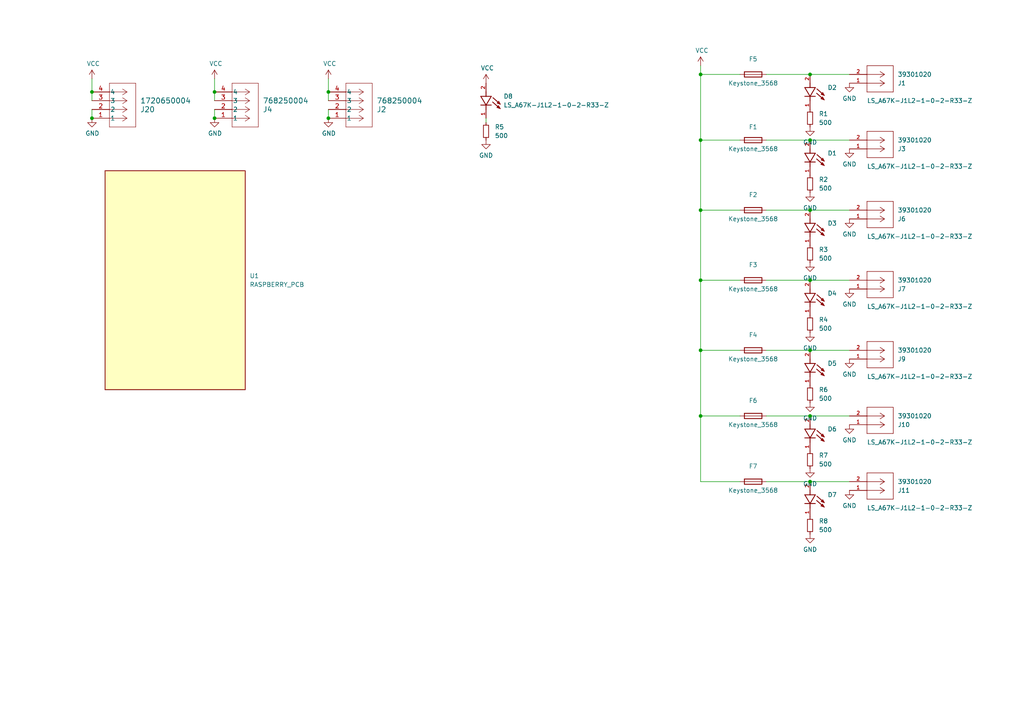
<source format=kicad_sch>
(kicad_sch (version 20230121) (generator eeschema)
  (paper "A4")
  (lib_symbols
    (symbol "39301020:39301020" (pin_names (offset 1.016))
      (property "Reference" "J" (at 4.1656 5.3086 0))
      (property "Value" "39301020" (at 4.8006 -1.0414 0))
      (symbol "39301020_0_0"
        (polyline (pts (xy 5.08 -5.08) (xy 12.7 -5.08)) (stroke (width 0.1524)))
        (polyline (pts (xy 5.08 2.54) (xy 5.08 -5.08)) (stroke (width 0.1524)))
        (polyline (pts (xy 10.16 -2.54) (xy 5.08 -2.54)) (stroke (width 0.1524)))
        (polyline (pts (xy 10.16 -2.54) (xy 8.89 -3.3782)) (stroke (width 0.1524)))
        (polyline (pts (xy 10.16 -2.54) (xy 8.89 -1.7018)) (stroke (width 0.1524)))
        (polyline (pts (xy 10.16 0) (xy 5.08 0)) (stroke (width 0.1524)))
        (polyline (pts (xy 10.16 0) (xy 8.89 -0.8382)) (stroke (width 0.1524)))
        (polyline (pts (xy 10.16 0) (xy 8.89 0.8382)) (stroke (width 0.1524)))
        (polyline (pts (xy 12.7 -5.08) (xy 12.7 2.54)) (stroke (width 0.1524)))
        (polyline (pts (xy 12.7 2.54) (xy 5.08 2.54)) (stroke (width 0.1524)))
        (pin passive line (at 0 0 0) (length 5.08) (name "~") (number "1"))
        (pin passive line (at 0 -2.54 0) (length 5.08) (name "~") (number "2"))
      )
    )
    (symbol "Device:Fuse" (pin_numbers hide) (pin_names (offset 0))
      (property "Reference" "F" (at 2.032 0 90))
      (property "Value" "Fuse" (at -1.905 0 90))
      (symbol "Fuse_0_1"
        (rectangle (start -0.762 -2.54) (end 0.762 2.54) (stroke (width 0.254)))
        (polyline (pts (xy 0 2.54) (xy 0 -2.54)))
      )
      (symbol "Fuse_1_1"
        (pin passive line (at 0 3.81 270) (length 1.27) (name "~") (number "1"))
        (pin passive line (at 0 -3.81 90) (length 1.27) (name "~") (number "2"))
      )
    )
    (symbol "Device:R_Small" (pin_numbers hide) (pin_names (offset 0.254) hide)
      (property "Reference" "R" (at 0.762 0.508 0))
      (property "Value" "R_Small" (at 0.762 -1.016 0))
      (symbol "R_Small_0_1"
        (rectangle (start -0.762 1.778) (end 0.762 -1.778) (stroke (width 0.2032)))
      )
      (symbol "R_Small_1_1"
        (pin passive line (at 0 2.54 270) (length 0.762) (name "~") (number "1"))
        (pin passive line (at 0 -2.54 90) (length 0.762) (name "~") (number "2"))
      )
    )
    (symbol "LS_A67K-J1L2-1-0-2-R33-Z:LS_A67K-J1L2-1-0-2-R33-Z" (pin_names (offset 1.016))
      (property "Reference" "D" (at -4.445 4.445 0))
      (property "Value" "LS_A67K-J1L2-1-0-2-R33-Z" (at -4.445 -3.81 0))
      (symbol "LS_A67K-J1L2-1-0-2-R33-Z_0_0"
        (polyline (pts (xy -2.54 0) (xy -1.27 0)) (stroke (width 0.254)))
        (polyline (pts (xy -1.27 -1.524) (xy 1.27 0)) (stroke (width 0.254)))
        (polyline (pts (xy -1.27 0) (xy -1.27 -1.524)) (stroke (width 0.254)))
        (polyline (pts (xy -1.27 1.524) (xy -1.27 0)) (stroke (width 0.254)))
        (polyline (pts (xy 0.9144 4.0386) (xy -0.8636 2.0066)) (stroke (width 0.254)))
        (polyline (pts (xy 1.27 0) (xy -1.27 1.524)) (stroke (width 0.254)))
        (polyline (pts (xy 1.27 0) (xy 1.27 -1.524)) (stroke (width 0.254)))
        (polyline (pts (xy 1.27 0) (xy 2.54 0)) (stroke (width 0.254)))
        (polyline (pts (xy 1.27 1.524) (xy 1.27 0)) (stroke (width 0.254)))
        (polyline (pts (xy 2.159 3.937) (xy 0.381 1.905)) (stroke (width 0.254)))
        (polyline (pts (xy 0.127 3.683) (xy 0.6985 3.175) (xy 1.0795 4.191) (xy 0.127 3.683)) (stroke (width 0.1524)) (fill (type outline)))
        (polyline (pts (xy 1.397 3.6195) (xy 1.9685 3.1115) (xy 2.3495 4.191) (xy 1.397 3.6195)) (stroke (width 0.1524)) (fill (type outline)))
        (pin passive line (at 5.08 0 180) (length 2.54) (name "~") (number "1"))
        (pin passive line (at -5.08 0 0) (length 2.54) (name "~") (number "2"))
      )
    )
    (symbol "RASPBERRY_PI_4B_4GB:RASPBERRY_PI_4B_4GB" (pin_names (offset 1.016))
      (property "Reference" "U" (at -20.32 33.528 0))
      (property "Value" "RASPBERRY_PI_4B_4GB" (at -20.32 -33.02 0))
      (symbol "RASPBERRY_PI_4B_4GB_0_0"
        (rectangle (start -20.32 -30.48) (end 20.32 33.02) (stroke (width 0.254)) (fill (type background)))
      )
    )
    (symbol "mega_fit:768250004" (pin_names (offset 0.254))
      (property "Reference" "J" (at 8.89 6.35 0))
      (property "Value" "768250004" (at 0 0 0))
      (symbol "768250004_1_1"
        (polyline (pts (xy 5.08 -10.16) (xy 12.7 -10.16)) (stroke (width 0.127)))
        (polyline (pts (xy 5.08 2.54) (xy 5.08 -10.16)) (stroke (width 0.127)))
        (polyline (pts (xy 10.16 -7.62) (xy 5.08 -7.62)) (stroke (width 0.127)))
        (polyline (pts (xy 10.16 -7.62) (xy 8.89 -8.4667)) (stroke (width 0.127)))
        (polyline (pts (xy 10.16 -7.62) (xy 8.89 -6.7733)) (stroke (width 0.127)))
        (polyline (pts (xy 10.16 -5.08) (xy 5.08 -5.08)) (stroke (width 0.127)))
        (polyline (pts (xy 10.16 -5.08) (xy 8.89 -5.9267)) (stroke (width 0.127)))
        (polyline (pts (xy 10.16 -5.08) (xy 8.89 -4.2333)) (stroke (width 0.127)))
        (polyline (pts (xy 10.16 -2.54) (xy 5.08 -2.54)) (stroke (width 0.127)))
        (polyline (pts (xy 10.16 -2.54) (xy 8.89 -3.3867)) (stroke (width 0.127)))
        (polyline (pts (xy 10.16 -2.54) (xy 8.89 -1.6933)) (stroke (width 0.127)))
        (polyline (pts (xy 10.16 0) (xy 5.08 0)) (stroke (width 0.127)))
        (polyline (pts (xy 10.16 0) (xy 8.89 -0.8467)) (stroke (width 0.127)))
        (polyline (pts (xy 10.16 0) (xy 8.89 0.8467)) (stroke (width 0.127)))
        (polyline (pts (xy 12.7 -10.16) (xy 12.7 2.54)) (stroke (width 0.127)))
        (polyline (pts (xy 12.7 2.54) (xy 5.08 2.54)) (stroke (width 0.127)))
        (pin unspecified line (at 0 0 0) (length 5.08) (name "1") (number "1"))
        (pin unspecified line (at 0 -2.54 0) (length 5.08) (name "2") (number "2"))
        (pin unspecified line (at 0 -5.08 0) (length 5.08) (name "3") (number "3"))
        (pin unspecified line (at 0 -7.62 0) (length 5.08) (name "4") (number "4"))
      )
      (symbol "768250004_1_2"
        (polyline (pts (xy 5.08 -10.16) (xy 12.7 -10.16)) (stroke (width 0.127)))
        (polyline (pts (xy 5.08 2.54) (xy 5.08 -10.16)) (stroke (width 0.127)))
        (polyline (pts (xy 7.62 -7.62) (xy 5.08 -7.62)) (stroke (width 0.127)))
        (polyline (pts (xy 7.62 -7.62) (xy 8.89 -8.4667)) (stroke (width 0.127)))
        (polyline (pts (xy 7.62 -7.62) (xy 8.89 -6.7733)) (stroke (width 0.127)))
        (polyline (pts (xy 7.62 -5.08) (xy 5.08 -5.08)) (stroke (width 0.127)))
        (polyline (pts (xy 7.62 -5.08) (xy 8.89 -5.9267)) (stroke (width 0.127)))
        (polyline (pts (xy 7.62 -5.08) (xy 8.89 -4.2333)) (stroke (width 0.127)))
        (polyline (pts (xy 7.62 -2.54) (xy 5.08 -2.54)) (stroke (width 0.127)))
        (polyline (pts (xy 7.62 -2.54) (xy 8.89 -3.3867)) (stroke (width 0.127)))
        (polyline (pts (xy 7.62 -2.54) (xy 8.89 -1.6933)) (stroke (width 0.127)))
        (polyline (pts (xy 7.62 0) (xy 5.08 0)) (stroke (width 0.127)))
        (polyline (pts (xy 7.62 0) (xy 8.89 -0.8467)) (stroke (width 0.127)))
        (polyline (pts (xy 7.62 0) (xy 8.89 0.8467)) (stroke (width 0.127)))
        (polyline (pts (xy 12.7 -10.16) (xy 12.7 2.54)) (stroke (width 0.127)))
        (polyline (pts (xy 12.7 2.54) (xy 5.08 2.54)) (stroke (width 0.127)))
        (pin unspecified line (at 0 0 0) (length 5.08) (name "1") (number "1"))
        (pin unspecified line (at 0 -2.54 0) (length 5.08) (name "2") (number "2"))
        (pin unspecified line (at 0 -5.08 0) (length 5.08) (name "3") (number "3"))
        (pin unspecified line (at 0 -7.62 0) (length 5.08) (name "4") (number "4"))
      )
    )
    (symbol "mega_fit_stehend:1720650004" (pin_names (offset 0.254))
      (property "Reference" "J" (at 8.89 6.35 0))
      (property "Value" "1720650004" (at 0 0 0))
      (symbol "1720650004_1_1"
        (polyline (pts (xy 5.08 -10.16) (xy 12.7 -10.16)) (stroke (width 0.127)))
        (polyline (pts (xy 5.08 2.54) (xy 5.08 -10.16)) (stroke (width 0.127)))
        (polyline (pts (xy 10.16 -7.62) (xy 5.08 -7.62)) (stroke (width 0.127)))
        (polyline (pts (xy 10.16 -7.62) (xy 8.89 -8.4667)) (stroke (width 0.127)))
        (polyline (pts (xy 10.16 -7.62) (xy 8.89 -6.7733)) (stroke (width 0.127)))
        (polyline (pts (xy 10.16 -5.08) (xy 5.08 -5.08)) (stroke (width 0.127)))
        (polyline (pts (xy 10.16 -5.08) (xy 8.89 -5.9267)) (stroke (width 0.127)))
        (polyline (pts (xy 10.16 -5.08) (xy 8.89 -4.2333)) (stroke (width 0.127)))
        (polyline (pts (xy 10.16 -2.54) (xy 5.08 -2.54)) (stroke (width 0.127)))
        (polyline (pts (xy 10.16 -2.54) (xy 8.89 -3.3867)) (stroke (width 0.127)))
        (polyline (pts (xy 10.16 -2.54) (xy 8.89 -1.6933)) (stroke (width 0.127)))
        (polyline (pts (xy 10.16 0) (xy 5.08 0)) (stroke (width 0.127)))
        (polyline (pts (xy 10.16 0) (xy 8.89 -0.8467)) (stroke (width 0.127)))
        (polyline (pts (xy 10.16 0) (xy 8.89 0.8467)) (stroke (width 0.127)))
        (polyline (pts (xy 12.7 -10.16) (xy 12.7 2.54)) (stroke (width 0.127)))
        (polyline (pts (xy 12.7 2.54) (xy 5.08 2.54)) (stroke (width 0.127)))
        (pin unspecified line (at 0 0 0) (length 5.08) (name "1") (number "1"))
        (pin unspecified line (at 0 -2.54 0) (length 5.08) (name "2") (number "2"))
        (pin unspecified line (at 0 -5.08 0) (length 5.08) (name "3") (number "3"))
        (pin unspecified line (at 0 -7.62 0) (length 5.08) (name "4") (number "4"))
      )
      (symbol "1720650004_1_2"
        (polyline (pts (xy 5.08 -10.16) (xy 12.7 -10.16)) (stroke (width 0.127)))
        (polyline (pts (xy 5.08 2.54) (xy 5.08 -10.16)) (stroke (width 0.127)))
        (polyline (pts (xy 7.62 -7.62) (xy 5.08 -7.62)) (stroke (width 0.127)))
        (polyline (pts (xy 7.62 -7.62) (xy 8.89 -8.4667)) (stroke (width 0.127)))
        (polyline (pts (xy 7.62 -7.62) (xy 8.89 -6.7733)) (stroke (width 0.127)))
        (polyline (pts (xy 7.62 -5.08) (xy 5.08 -5.08)) (stroke (width 0.127)))
        (polyline (pts (xy 7.62 -5.08) (xy 8.89 -5.9267)) (stroke (width 0.127)))
        (polyline (pts (xy 7.62 -5.08) (xy 8.89 -4.2333)) (stroke (width 0.127)))
        (polyline (pts (xy 7.62 -2.54) (xy 5.08 -2.54)) (stroke (width 0.127)))
        (polyline (pts (xy 7.62 -2.54) (xy 8.89 -3.3867)) (stroke (width 0.127)))
        (polyline (pts (xy 7.62 -2.54) (xy 8.89 -1.6933)) (stroke (width 0.127)))
        (polyline (pts (xy 7.62 0) (xy 5.08 0)) (stroke (width 0.127)))
        (polyline (pts (xy 7.62 0) (xy 8.89 -0.8467)) (stroke (width 0.127)))
        (polyline (pts (xy 7.62 0) (xy 8.89 0.8467)) (stroke (width 0.127)))
        (polyline (pts (xy 12.7 -10.16) (xy 12.7 2.54)) (stroke (width 0.127)))
        (polyline (pts (xy 12.7 2.54) (xy 5.08 2.54)) (stroke (width 0.127)))
        (pin unspecified line (at 0 0 0) (length 5.08) (name "1") (number "1"))
        (pin unspecified line (at 0 -2.54 0) (length 5.08) (name "2") (number "2"))
        (pin unspecified line (at 0 -5.08 0) (length 5.08) (name "3") (number "3"))
        (pin unspecified line (at 0 -7.62 0) (length 5.08) (name "4") (number "4"))
      )
    )
    (symbol "power:GND" (power) (pin_names (offset 0))
      (property "Value" "GND" (at 0 -3.81 0))
      (symbol "GND_0_1"
        (polyline (pts (xy 0 0) (xy 0 -1.27) (xy 1.27 -1.27) (xy 0 -2.54) (xy -1.27 -1.27) (xy 0 -1.27)))
      )
      (symbol "GND_1_1"
        (pin power_in line (at 0 0 270) (length 0) hide (name "GND") (number "1"))
      )
    )
    (symbol "power:VCC" (power) (pin_names (offset 0))
      (property "Value" "VCC" (at 0 3.81 0))
      (symbol "VCC_0_1"
        (polyline (pts (xy -0.762 1.27) (xy 0 2.54)))
        (polyline (pts (xy 0 0) (xy 0 2.54)))
        (polyline (pts (xy 0 2.54) (xy 0.762 1.27)))
      )
      (symbol "VCC_1_1"
        (pin power_in line (at 0 0 90) (length 0) hide (name "VCC") (number "1"))
      )
    )
  )
  (junction (at 26.67 26.67))
  (junction (at 203.2 120.65))
  (junction (at 203.2 21.59))
  (junction (at 95.25 34.29))
  (junction (at 234.95 101.6))
  (junction (at 234.95 21.59))
  (junction (at 203.2 40.64))
  (junction (at 203.2 60.96))
  (junction (at 234.95 60.96))
  (junction (at 234.95 81.28))
  (junction (at 203.2 81.28))
  (junction (at 234.95 139.7))
  (junction (at 62.23 26.67))
  (junction (at 26.67 34.29))
  (junction (at 234.95 120.65))
  (junction (at 62.23 34.29))
  (junction (at 203.2 101.6))
  (junction (at 234.95 40.64))
  (junction (at 95.25 26.67))
  (wire (pts (xy 203.2 120.65) (xy 203.2 139.7)))
  (wire (pts (xy 95.25 22.86) (xy 95.25 26.67)))
  (wire (pts (xy 234.95 40.64) (xy 246.38 40.64)))
  (wire (pts (xy 214.63 120.65) (xy 203.2 120.65)))
  (wire (pts (xy 234.95 81.28) (xy 246.38 81.28)))
  (wire (pts (xy 222.25 139.7) (xy 234.95 139.7)))
  (wire (pts (xy 62.23 22.86) (xy 62.23 26.67)))
  (wire (pts (xy 214.63 40.64) (xy 203.2 40.64)))
  (wire (pts (xy 140.97 34.29) (xy 140.97 35.56)))
  (wire (pts (xy 234.95 120.65) (xy 246.38 120.65)))
  (wire (pts (xy 26.67 22.86) (xy 26.67 26.67)))
  (wire (pts (xy 95.25 26.67) (xy 95.25 29.21)))
  (wire (pts (xy 222.25 81.28) (xy 234.95 81.28)))
  (wire (pts (xy 203.2 40.64) (xy 203.2 60.96)))
  (wire (pts (xy 234.95 21.59) (xy 246.38 21.59)))
  (wire (pts (xy 214.63 21.59) (xy 203.2 21.59)))
  (wire (pts (xy 234.95 60.96) (xy 246.38 60.96)))
  (wire (pts (xy 222.25 120.65) (xy 234.95 120.65)))
  (wire (pts (xy 214.63 81.28) (xy 203.2 81.28)))
  (wire (pts (xy 234.95 139.7) (xy 246.38 139.7)))
  (wire (pts (xy 222.25 21.59) (xy 234.95 21.59)))
  (wire (pts (xy 222.25 40.64) (xy 234.95 40.64)))
  (wire (pts (xy 203.2 21.59) (xy 203.2 40.64)))
  (wire (pts (xy 62.23 26.67) (xy 62.23 29.21)))
  (wire (pts (xy 203.2 21.59) (xy 203.2 19.05)))
  (wire (pts (xy 214.63 139.7) (xy 203.2 139.7)))
  (wire (pts (xy 203.2 81.28) (xy 203.2 101.6)))
  (wire (pts (xy 62.23 31.75) (xy 62.23 34.29)))
  (wire (pts (xy 222.25 60.96) (xy 234.95 60.96)))
  (wire (pts (xy 26.67 26.67) (xy 26.67 29.21)))
  (wire (pts (xy 214.63 101.6) (xy 203.2 101.6)))
  (wire (pts (xy 203.2 101.6) (xy 203.2 120.65)))
  (wire (pts (xy 203.2 60.96) (xy 203.2 81.28)))
  (wire (pts (xy 26.67 31.75) (xy 26.67 34.29)))
  (wire (pts (xy 222.25 101.6) (xy 234.95 101.6)))
  (wire (pts (xy 95.25 31.75) (xy 95.25 34.29)))
  (wire (pts (xy 214.63 60.96) (xy 203.2 60.96)))
  (wire (pts (xy 234.95 101.6) (xy 246.38 101.6)))
  (symbol (lib_id "power:VCC") (at 140.97 24.13 0) (unit 1)
    (property "Reference" "#PWR015" (effects hide))
    (property "Value" "VCC" (at 141.351 19.7358 0))
  )
  (symbol (lib_id "39301020:39301020") (at 246.38 123.19 0) (mirror x) (unit 1)
    (property "Reference" "J10" (at 260.35 123.19 0) (effects (justify left)))
    (property "Value" "39301020" (at 260.35 120.65 0) (effects (justify left)))
    (property "Footprint" "39301020:CONN_5569-02A_MOL" (effects hide))
    (property "MF" "Molex" (effects hide))
    (property "Description" "\n                        \n                            Conn Wire to Board HDR 2 POS 4.2mm Solder RA Side Entry Thru-Hole Mini-Fit Jr™ Bag\n                        \n" (effects hide))
    (property "Package" "None" (effects hide))
    (property "Price" "None" (effects hide))
    (property "Check_prices" "https://www.snapeda.com/parts/39301020/Molex/view-part/?ref=eda" (effects hide))
    (property "Availability" "In Stock" (effects hide))
    (property "SnapEDA_Link" "https://www.snapeda.com/parts/39301020/Molex/view-part/?ref=snap" (effects hide))
    (property "MP" "39301020" (effects hide))
    (property "MFR_NAME" "Molex Connector Corporation" (effects hide))
    (property "MANUFACTURER_PART_NUMBER" "39301020" (effects hide))
  )
  (symbol (lib_id "Device:R_Small") (at 234.95 53.34 0) (unit 1)
    (property "Reference" "R2" (at 237.49 52.07 0) (effects (justify left)))
    (property "Value" "500" (at 237.49 54.61 0) (effects (justify left)))
    (property "Footprint" "Resistor_SMD:R_0805_2012Metric" (effects hide))
  )
  (symbol (lib_id "Device:Fuse") (at 218.44 40.64 90) (unit 1)
    (property "Reference" "F1" (at 218.44 36.83 90))
    (property "Value" "Keystone_3568" (at 218.44 43.18 90))
    (property "Footprint" "Fuse:Fuseholder_Blade_Mini_Keystone_3568" (effects hide))
    (property "Datasheet" "https://www.mouser.at/datasheet/2/215/3568-742601.pdf" (effects hide))
  )
  (symbol (lib_id "Device:Fuse") (at 218.44 139.7 90) (unit 1)
    (property "Reference" "F7" (at 218.44 135.2382 90))
    (property "Value" "Keystone_3568" (at 218.44 142.24 90))
    (property "Footprint" "Fuse:Fuseholder_Blade_Mini_Keystone_3568" (effects hide))
    (property "Datasheet" "https://www.mouser.at/datasheet/2/215/3568-742601.pdf" (effects hide))
  )
  (symbol (lib_id "power:GND") (at 140.97 40.64 0) (unit 1)
    (property "Reference" "#PWR016" (effects hide))
    (property "Value" "GND" (at 140.97 45.0834 0))
  )
  (symbol (lib_id "39301020:39301020") (at 246.38 83.82 0) (mirror x) (unit 1)
    (property "Reference" "J7" (at 260.35 83.82 0) (effects (justify left)))
    (property "Value" "39301020" (at 260.35 81.28 0) (effects (justify left)))
    (property "Footprint" "39301020:CONN_5569-02A_MOL" (effects hide))
    (property "MF" "Molex" (effects hide))
    (property "Description" "\n                        \n                            Conn Wire to Board HDR 2 POS 4.2mm Solder RA Side Entry Thru-Hole Mini-Fit Jr™ Bag\n                        \n" (effects hide))
    (property "Package" "None" (effects hide))
    (property "Price" "None" (effects hide))
    (property "Check_prices" "https://www.snapeda.com/parts/39301020/Molex/view-part/?ref=eda" (effects hide))
    (property "Availability" "In Stock" (effects hide))
    (property "SnapEDA_Link" "https://www.snapeda.com/parts/39301020/Molex/view-part/?ref=snap" (effects hide))
    (property "MP" "39301020" (effects hide))
    (property "MFR_NAME" "Molex Connector Corporation" (effects hide))
    (property "MANUFACTURER_PART_NUMBER" "39301020" (effects hide))
  )
  (symbol (lib_id "39301020:39301020") (at 246.38 43.18 0) (mirror x) (unit 1)
    (property "Reference" "J3" (at 260.35 43.18 0) (effects (justify left)))
    (property "Value" "39301020" (at 260.35 40.64 0) (effects (justify left)))
    (property "Footprint" "39301020:CONN_5569-02A_MOL" (effects hide))
    (property "MF" "Molex" (effects hide))
    (property "Description" "\n                        \n                            Conn Wire to Board HDR 2 POS 4.2mm Solder RA Side Entry Thru-Hole Mini-Fit Jr™ Bag\n                        \n" (effects hide))
    (property "Package" "None" (effects hide))
    (property "Price" "None" (effects hide))
    (property "Check_prices" "https://www.snapeda.com/parts/39301020/Molex/view-part/?ref=eda" (effects hide))
    (property "Availability" "In Stock" (effects hide))
    (property "SnapEDA_Link" "https://www.snapeda.com/parts/39301020/Molex/view-part/?ref=snap" (effects hide))
    (property "MP" "39301020" (effects hide))
    (property "MFR_NAME" "Molex Connector Corporation" (effects hide))
    (property "MANUFACTURER_PART_NUMBER" "39301020" (effects hide))
  )
  (symbol (lib_id "LS_A67K-J1L2-1-0-2-R33-Z:LS_A67K-J1L2-1-0-2-R33-Z") (at 140.97 29.21 270) (unit 1)
    (property "Reference" "D8" (at 146.05 27.94 90) (effects (justify left)))
    (property "Value" "LS_A67K-J1L2-1-0-2-R33-Z" (at 146.05 30.48 90) (effects (justify left)))
    (property "Footprint" "LS_A67K-J1L2-1-0-2-R33-Z:LED_LS_A67K-J1L2-1-0-2-R33-Z" (effects hide))
    (property "MF" "OSRAM Opto Semiconductors" (effects hide))
    (property "MAXIMUM_PACKAGE_HEIGHT" "4.20mm" (effects hide))
    (property "CREATOR" "NEZY" (effects hide))
    (property "Price" "None" (effects hide))
    (property "Package" "None" (effects hide))
    (property "Check_prices" "https://www.snapeda.com/parts/LS%20A67K-J1L2-1-0-2-R33-Z/OSRAM/view-part/?ref=eda" (effects hide))
    (property "STANDARD" "Manufacturer Recommendations" (effects hide))
    (property "PARTREV" "1.5" (effects hide))
    (property "SnapEDA_Link" "https://www.snapeda.com/parts/LS%20A67K-J1L2-1-0-2-R33-Z/OSRAM/view-part/?ref=snap" (effects hide))
    (property "MP" "LS A67K-J1L2-1-0-2-R33-Z" (effects hide))
    (property "Description" "\n                        \n                            Red 630nm LED Indication - Discrete 1.8V 2-SMD, Boomerang\n                        \n" (effects hide))
    (property "Availability" "In Stock" (effects hide))
    (property "MANUFACTURER" "OSRAM" (effects hide))
  )
  (symbol (lib_id "RASPBERRY_PI_4B_4GB:RASPBERRY_PI_4B_4GB") (at 50.8 82.55 0) (unit 1)
    (property "Reference" "U1" (at 72.39 80.01 0) (effects (justify left)))
    (property "Value" "RASPBERRY_PCB" (at 72.39 82.55 0) (effects (justify left)))
    (property "Footprint" "RASPBERRY_PI_4B_4GB:MODULE_RASPBERRY_PI_4B_4GB" (effects hide))
    (property "MF" "Raspberry Pi" (effects hide))
    (property "MAXIMUM_PACKAGE_HEIGHT" "16 mm" (effects hide))
    (property "Package" "None" (effects hide))
    (property "Price" "None" (effects hide))
    (property "Check_prices" "https://www.snapeda.com/parts/RASPBERRY%20PI%204B/4GB/Raspberry+Pi/view-part/?ref=eda" (effects hide))
    (property "STANDARD" "Manufacturer Recommendations" (effects hide))
    (property "PARTREV" "4" (effects hide))
    (property "SnapEDA_Link" "https://www.snapeda.com/parts/RASPBERRY%20PI%204B/4GB/Raspberry+Pi/view-part/?ref=snap" (effects hide))
    (property "MP" "RASPBERRY PI 4B/4GB" (effects hide))
    (property "Description" "\n                        \n                            BCM2711 Raspberry Pi 4 Model B 4GB - ARM® Cortex®-A72 MPU Embedded Evaluation Board\n                        \n" (effects hide))
    (property "MANUFACTURER" "Raspberry Pi" (effects hide))
    (property "Availability" "Not in stock" (effects hide))
    (property "SNAPEDA_PN" "RASPBERRY PI 4B/4GB" (effects hide))
  )
  (symbol (lib_id "LS_A67K-J1L2-1-0-2-R33-Z:LS_A67K-J1L2-1-0-2-R33-Z") (at 234.95 144.78 270) (unit 1)
    (property "Reference" "D7" (at 240.03 143.51 90) (effects (justify left)))
    (property "Value" "LS_A67K-J1L2-1-0-2-R33-Z" (at 251.46 147.32 90) (effects (justify left)))
    (property "Footprint" "LS_A67K-J1L2-1-0-2-R33-Z:LED_LS_A67K-J1L2-1-0-2-R33-Z" (effects hide))
    (property "MF" "OSRAM Opto Semiconductors" (effects hide))
    (property "MAXIMUM_PACKAGE_HEIGHT" "4.20mm" (effects hide))
    (property "CREATOR" "NEZY" (effects hide))
    (property "Price" "None" (effects hide))
    (property "Package" "None" (effects hide))
    (property "Check_prices" "https://www.snapeda.com/parts/LS%20A67K-J1L2-1-0-2-R33-Z/OSRAM/view-part/?ref=eda" (effects hide))
    (property "STANDARD" "Manufacturer Recommendations" (effects hide))
    (property "PARTREV" "1.5" (effects hide))
    (property "SnapEDA_Link" "https://www.snapeda.com/parts/LS%20A67K-J1L2-1-0-2-R33-Z/OSRAM/view-part/?ref=snap" (effects hide))
    (property "MP" "LS A67K-J1L2-1-0-2-R33-Z" (effects hide))
    (property "Description" "\n                        \n                            Red 630nm LED Indication - Discrete 1.8V 2-SMD, Boomerang\n                        \n" (effects hide))
    (property "Availability" "In Stock" (effects hide))
    (property "MANUFACTURER" "OSRAM" (effects hide))
  )
  (symbol (lib_id "39301020:39301020") (at 246.38 142.24 0) (mirror x) (unit 1)
    (property "Reference" "J11" (at 260.35 142.24 0) (effects (justify left)))
    (property "Value" "39301020" (at 260.35 139.7 0) (effects (justify left)))
    (property "Footprint" "39301020:CONN_5569-02A_MOL" (effects hide))
    (property "MF" "Molex" (effects hide))
    (property "Description" "\n                        \n                            Conn Wire to Board HDR 2 POS 4.2mm Solder RA Side Entry Thru-Hole Mini-Fit Jr™ Bag\n                        \n" (effects hide))
    (property "Package" "None" (effects hide))
    (property "Price" "None" (effects hide))
    (property "Check_prices" "https://www.snapeda.com/parts/39301020/Molex/view-part/?ref=eda" (effects hide))
    (property "Availability" "In Stock" (effects hide))
    (property "SnapEDA_Link" "https://www.snapeda.com/parts/39301020/Molex/view-part/?ref=snap" (effects hide))
    (property "MP" "39301020" (effects hide))
    (property "MFR_NAME" "Molex Connector Corporation" (effects hide))
    (property "MANUFACTURER_PART_NUMBER" "39301020" (effects hide))
  )
  (symbol (lib_id "Device:Fuse") (at 218.44 120.65 90) (unit 1)
    (property "Reference" "F6" (at 218.44 116.1882 90))
    (property "Value" "Keystone_3568" (at 218.44 123.19 90))
    (property "Footprint" "Fuse:Fuseholder_Blade_Mini_Keystone_3568" (effects hide))
    (property "Datasheet" "https://www.mouser.at/datasheet/2/215/3568-742601.pdf" (effects hide))
  )
  (symbol (lib_id "power:GND") (at 234.95 154.94 0) (unit 1)
    (property "Reference" "#PWR023" (effects hide))
    (property "Value" "GND" (at 234.95 159.3834 0))
  )
  (symbol (lib_id "power:GND") (at 246.38 142.24 0) (unit 1)
    (property "Reference" "#PWR013" (effects hide))
    (property "Value" "GND" (at 246.38 146.6834 0))
  )
  (symbol (lib_id "Device:R_Small") (at 234.95 152.4 0) (unit 1)
    (property "Reference" "R8" (at 237.49 151.13 0) (effects (justify left)))
    (property "Value" "500" (at 237.49 153.67 0) (effects (justify left)))
    (property "Footprint" "Resistor_SMD:R_0805_2012Metric" (effects hide))
  )
  (symbol (lib_id "39301020:39301020") (at 246.38 63.5 0) (mirror x) (unit 1)
    (property "Reference" "J6" (at 260.35 63.5 0) (effects (justify left)))
    (property "Value" "39301020" (at 260.35 60.96 0) (effects (justify left)))
    (property "Footprint" "39301020:CONN_5569-02A_MOL" (effects hide))
    (property "MF" "Molex" (effects hide))
    (property "Description" "\n                        \n                            Conn Wire to Board HDR 2 POS 4.2mm Solder RA Side Entry Thru-Hole Mini-Fit Jr™ Bag\n                        \n" (effects hide))
    (property "Package" "None" (effects hide))
    (property "Price" "None" (effects hide))
    (property "Check_prices" "https://www.snapeda.com/parts/39301020/Molex/view-part/?ref=eda" (effects hide))
    (property "Availability" "In Stock" (effects hide))
    (property "SnapEDA_Link" "https://www.snapeda.com/parts/39301020/Molex/view-part/?ref=snap" (effects hide))
    (property "MP" "39301020" (effects hide))
    (property "MFR_NAME" "Molex Connector Corporation" (effects hide))
    (property "MANUFACTURER_PART_NUMBER" "39301020" (effects hide))
  )
  (symbol (lib_id "LS_A67K-J1L2-1-0-2-R33-Z:LS_A67K-J1L2-1-0-2-R33-Z") (at 234.95 86.36 270) (unit 1)
    (property "Reference" "D4" (at 240.03 85.09 90) (effects (justify left)))
    (property "Value" "LS_A67K-J1L2-1-0-2-R33-Z" (at 251.46 88.9 90) (effects (justify left)))
    (property "Footprint" "LS_A67K-J1L2-1-0-2-R33-Z:LED_LS_A67K-J1L2-1-0-2-R33-Z" (effects hide))
    (property "MF" "OSRAM Opto Semiconductors" (effects hide))
    (property "MAXIMUM_PACKAGE_HEIGHT" "4.20mm" (effects hide))
    (property "CREATOR" "NEZY" (effects hide))
    (property "Price" "None" (effects hide))
    (property "Package" "None" (effects hide))
    (property "Check_prices" "https://www.snapeda.com/parts/LS%20A67K-J1L2-1-0-2-R33-Z/OSRAM/view-part/?ref=eda" (effects hide))
    (property "STANDARD" "Manufacturer Recommendations" (effects hide))
    (property "PARTREV" "1.5" (effects hide))
    (property "SnapEDA_Link" "https://www.snapeda.com/parts/LS%20A67K-J1L2-1-0-2-R33-Z/OSRAM/view-part/?ref=snap" (effects hide))
    (property "MP" "LS A67K-J1L2-1-0-2-R33-Z" (effects hide))
    (property "Description" "\n                        \n                            Red 630nm LED Indication - Discrete 1.8V 2-SMD, Boomerang\n                        \n" (effects hide))
    (property "Availability" "In Stock" (effects hide))
    (property "MANUFACTURER" "OSRAM" (effects hide))
  )
  (symbol (lib_id "39301020:39301020") (at 246.38 104.14 0) (mirror x) (unit 1)
    (property "Reference" "J9" (at 260.35 104.14 0) (effects (justify left)))
    (property "Value" "39301020" (at 260.35 101.6 0) (effects (justify left)))
    (property "Footprint" "39301020:CONN_5569-02A_MOL" (effects hide))
    (property "MF" "Molex" (effects hide))
    (property "Description" "\n                        \n                            Conn Wire to Board HDR 2 POS 4.2mm Solder RA Side Entry Thru-Hole Mini-Fit Jr™ Bag\n                        \n" (effects hide))
    (property "Package" "None" (effects hide))
    (property "Price" "None" (effects hide))
    (property "Check_prices" "https://www.snapeda.com/parts/39301020/Molex/view-part/?ref=eda" (effects hide))
    (property "Availability" "In Stock" (effects hide))
    (property "SnapEDA_Link" "https://www.snapeda.com/parts/39301020/Molex/view-part/?ref=snap" (effects hide))
    (property "MP" "39301020" (effects hide))
    (property "MFR_NAME" "Molex Connector Corporation" (effects hide))
    (property "MANUFACTURER_PART_NUMBER" "39301020" (effects hide))
  )
  (symbol (lib_id "LS_A67K-J1L2-1-0-2-R33-Z:LS_A67K-J1L2-1-0-2-R33-Z") (at 234.95 66.04 270) (unit 1)
    (property "Reference" "D3" (at 240.03 64.77 90) (effects (justify left)))
    (property "Value" "LS_A67K-J1L2-1-0-2-R33-Z" (at 251.46 68.58 90) (effects (justify left)))
    (property "Footprint" "LS_A67K-J1L2-1-0-2-R33-Z:LED_LS_A67K-J1L2-1-0-2-R33-Z" (effects hide))
    (property "MF" "OSRAM Opto Semiconductors" (effects hide))
    (property "MAXIMUM_PACKAGE_HEIGHT" "4.20mm" (effects hide))
    (property "CREATOR" "NEZY" (effects hide))
    (property "Price" "None" (effects hide))
    (property "Package" "None" (effects hide))
    (property "Check_prices" "https://www.snapeda.com/parts/LS%20A67K-J1L2-1-0-2-R33-Z/OSRAM/view-part/?ref=eda" (effects hide))
    (property "STANDARD" "Manufacturer Recommendations" (effects hide))
    (property "PARTREV" "1.5" (effects hide))
    (property "SnapEDA_Link" "https://www.snapeda.com/parts/LS%20A67K-J1L2-1-0-2-R33-Z/OSRAM/view-part/?ref=snap" (effects hide))
    (property "MP" "LS A67K-J1L2-1-0-2-R33-Z" (effects hide))
    (property "Description" "\n                        \n                            Red 630nm LED Indication - Discrete 1.8V 2-SMD, Boomerang\n                        \n" (effects hide))
    (property "Availability" "In Stock" (effects hide))
    (property "MANUFACTURER" "OSRAM" (effects hide))
  )
  (symbol (lib_id "LS_A67K-J1L2-1-0-2-R33-Z:LS_A67K-J1L2-1-0-2-R33-Z") (at 234.95 106.68 270) (unit 1)
    (property "Reference" "D5" (at 240.03 105.41 90) (effects (justify left)))
    (property "Value" "LS_A67K-J1L2-1-0-2-R33-Z" (at 251.46 109.22 90) (effects (justify left)))
    (property "Footprint" "LS_A67K-J1L2-1-0-2-R33-Z:LED_LS_A67K-J1L2-1-0-2-R33-Z" (effects hide))
    (property "MF" "OSRAM Opto Semiconductors" (effects hide))
    (property "MAXIMUM_PACKAGE_HEIGHT" "4.20mm" (effects hide))
    (property "CREATOR" "NEZY" (effects hide))
    (property "Price" "None" (effects hide))
    (property "Package" "None" (effects hide))
    (property "Check_prices" "https://www.snapeda.com/parts/LS%20A67K-J1L2-1-0-2-R33-Z/OSRAM/view-part/?ref=eda" (effects hide))
    (property "STANDARD" "Manufacturer Recommendations" (effects hide))
    (property "PARTREV" "1.5" (effects hide))
    (property "SnapEDA_Link" "https://www.snapeda.com/parts/LS%20A67K-J1L2-1-0-2-R33-Z/OSRAM/view-part/?ref=snap" (effects hide))
    (property "MP" "LS A67K-J1L2-1-0-2-R33-Z" (effects hide))
    (property "Description" "\n                        \n                            Red 630nm LED Indication - Discrete 1.8V 2-SMD, Boomerang\n                        \n" (effects hide))
    (property "Availability" "In Stock" (effects hide))
    (property "MANUFACTURER" "OSRAM" (effects hide))
  )
  (symbol (lib_id "Device:R_Small") (at 140.97 38.1 0) (unit 1)
    (property "Reference" "R5" (at 143.51 36.83 0) (effects (justify left)))
    (property "Value" "500" (at 143.51 39.37 0) (effects (justify left)))
    (property "Footprint" "Resistor_SMD:R_0805_2012Metric" (effects hide))
  )
  (symbol (lib_id "power:VCC") (at 203.2 19.05 0) (unit 1)
    (property "Reference" "#PWR05" (effects hide))
    (property "Value" "VCC" (at 203.581 14.6558 0))
  )
  (symbol (lib_id "power:GND") (at 234.95 76.2 0) (unit 1)
    (property "Reference" "#PWR017" (effects hide))
    (property "Value" "GND" (at 234.95 80.6434 0))
  )
  (symbol (lib_id "power:VCC") (at 62.23 22.86 0) (unit 1)
    (property "Reference" "#PWR06" (effects hide))
    (property "Value" "VCC" (at 62.611 18.4658 0))
  )
  (symbol (lib_id "Device:R_Small") (at 234.95 93.98 0) (unit 1)
    (property "Reference" "R4" (at 237.49 92.71 0) (effects (justify left)))
    (property "Value" "500" (at 237.49 95.25 0) (effects (justify left)))
    (property "Footprint" "Resistor_SMD:R_0805_2012Metric" (effects hide))
  )
  (symbol (lib_id "power:GND") (at 234.95 36.83 0) (unit 1)
    (property "Reference" "#PWR08" (effects hide))
    (property "Value" "GND" (at 234.95 41.2734 0))
  )
  (symbol (lib_id "power:GND") (at 246.38 83.82 0) (unit 1)
    (property "Reference" "#PWR09" (effects hide))
    (property "Value" "GND" (at 246.38 88.2634 0))
  )
  (symbol (lib_id "power:GND") (at 62.23 34.29 0) (unit 1)
    (property "Reference" "#PWR02" (effects hide))
    (property "Value" "GND" (at 62.357 38.6842 0))
  )
  (symbol (lib_id "Device:Fuse") (at 218.44 21.59 90) (unit 1)
    (property "Reference" "F5" (at 218.44 17.1282 90))
    (property "Value" "Keystone_3568" (at 218.44 24.13 90))
    (property "Footprint" "Fuse:Fuseholder_Blade_Mini_Keystone_3568" (effects hide))
    (property "Datasheet" "https://www.mouser.at/datasheet/2/215/3568-742601.pdf" (effects hide))
  )
  (symbol (lib_id "power:GND") (at 246.38 43.18 0) (unit 1)
    (property "Reference" "#PWR011" (effects hide))
    (property "Value" "GND" (at 246.38 47.6234 0))
  )
  (symbol (lib_id "Device:Fuse") (at 218.44 101.6 90) (unit 1)
    (property "Reference" "F4" (at 218.44 97.1382 90))
    (property "Value" "Keystone_3568" (at 218.44 104.14 90))
    (property "Footprint" "Fuse:Fuseholder_Blade_Mini_Keystone_3568" (effects hide))
    (property "Datasheet" "https://www.mouser.at/datasheet/2/215/3568-742601.pdf" (effects hide))
  )
  (symbol (lib_id "power:GND") (at 234.95 55.88 0) (unit 1)
    (property "Reference" "#PWR01" (effects hide))
    (property "Value" "GND" (at 234.95 60.3234 0))
  )
  (symbol (lib_id "LS_A67K-J1L2-1-0-2-R33-Z:LS_A67K-J1L2-1-0-2-R33-Z") (at 234.95 125.73 270) (unit 1)
    (property "Reference" "D6" (at 240.03 124.46 90) (effects (justify left)))
    (property "Value" "LS_A67K-J1L2-1-0-2-R33-Z" (at 251.46 128.27 90) (effects (justify left)))
    (property "Footprint" "LS_A67K-J1L2-1-0-2-R33-Z:LED_LS_A67K-J1L2-1-0-2-R33-Z" (effects hide))
    (property "MF" "OSRAM Opto Semiconductors" (effects hide))
    (property "MAXIMUM_PACKAGE_HEIGHT" "4.20mm" (effects hide))
    (property "CREATOR" "NEZY" (effects hide))
    (property "Price" "None" (effects hide))
    (property "Package" "None" (effects hide))
    (property "Check_prices" "https://www.snapeda.com/parts/LS%20A67K-J1L2-1-0-2-R33-Z/OSRAM/view-part/?ref=eda" (effects hide))
    (property "STANDARD" "Manufacturer Recommendations" (effects hide))
    (property "PARTREV" "1.5" (effects hide))
    (property "SnapEDA_Link" "https://www.snapeda.com/parts/LS%20A67K-J1L2-1-0-2-R33-Z/OSRAM/view-part/?ref=snap" (effects hide))
    (property "MP" "LS A67K-J1L2-1-0-2-R33-Z" (effects hide))
    (property "Description" "\n                        \n                            Red 630nm LED Indication - Discrete 1.8V 2-SMD, Boomerang\n                        \n" (effects hide))
    (property "Availability" "In Stock" (effects hide))
    (property "MANUFACTURER" "OSRAM" (effects hide))
  )
  (symbol (lib_id "LS_A67K-J1L2-1-0-2-R33-Z:LS_A67K-J1L2-1-0-2-R33-Z") (at 234.95 45.72 270) (unit 1)
    (property "Reference" "D1" (at 240.03 44.45 90) (effects (justify left)))
    (property "Value" "LS_A67K-J1L2-1-0-2-R33-Z" (at 251.46 48.26 90) (effects (justify left)))
    (property "Footprint" "LS_A67K-J1L2-1-0-2-R33-Z:LED_LS_A67K-J1L2-1-0-2-R33-Z" (effects hide))
    (property "MF" "OSRAM Opto Semiconductors" (effects hide))
    (property "MAXIMUM_PACKAGE_HEIGHT" "4.20mm" (effects hide))
    (property "CREATOR" "NEZY" (effects hide))
    (property "Price" "None" (effects hide))
    (property "Package" "None" (effects hide))
    (property "Check_prices" "https://www.snapeda.com/parts/LS%20A67K-J1L2-1-0-2-R33-Z/OSRAM/view-part/?ref=eda" (effects hide))
    (property "STANDARD" "Manufacturer Recommendations" (effects hide))
    (property "PARTREV" "1.5" (effects hide))
    (property "SnapEDA_Link" "https://www.snapeda.com/parts/LS%20A67K-J1L2-1-0-2-R33-Z/OSRAM/view-part/?ref=snap" (effects hide))
    (property "MP" "LS A67K-J1L2-1-0-2-R33-Z" (effects hide))
    (property "Description" "\n                        \n                            Red 630nm LED Indication - Discrete 1.8V 2-SMD, Boomerang\n                        \n" (effects hide))
    (property "Availability" "In Stock" (effects hide))
    (property "MANUFACTURER" "OSRAM" (effects hide))
  )
  (symbol (lib_id "Device:R_Small") (at 234.95 34.29 0) (unit 1)
    (property "Reference" "R1" (at 237.49 33.02 0) (effects (justify left)))
    (property "Value" "500" (at 237.49 35.56 0) (effects (justify left)))
    (property "Footprint" "Resistor_SMD:R_0805_2012Metric" (effects hide))
  )
  (symbol (lib_id "Device:Fuse") (at 218.44 81.28 90) (unit 1)
    (property "Reference" "F3" (at 218.44 76.8182 90))
    (property "Value" "Keystone_3568" (at 218.44 83.82 90))
    (property "Footprint" "Fuse:Fuseholder_Blade_Mini_Keystone_3568" (effects hide))
    (property "Datasheet" "https://www.mouser.at/datasheet/2/215/3568-742601.pdf" (effects hide))
  )
  (symbol (lib_id "Device:R_Small") (at 234.95 73.66 0) (unit 1)
    (property "Reference" "R3" (at 237.49 72.39 0) (effects (justify left)))
    (property "Value" "500" (at 237.49 74.93 0) (effects (justify left)))
    (property "Footprint" "Resistor_SMD:R_0805_2012Metric" (effects hide))
  )
  (symbol (lib_id "power:GND") (at 234.95 116.84 0) (unit 1)
    (property "Reference" "#PWR021" (effects hide))
    (property "Value" "GND" (at 234.95 121.2834 0))
  )
  (symbol (lib_id "mega_fit_stehend:1720650004") (at 26.67 34.29 0) (mirror x) (unit 1)
    (property "Reference" "J20" (at 40.64 31.75 0) (effects (font (size 1.524 1.524)) (justify left)))
    (property "Value" "1720650004" (at 40.64 29.21 0) (effects (font (size 1.524 1.524)) (justify left)))
    (property "Footprint" "CONN_SD-76829-0100_04_MOL" (effects hide))
    (property "Datasheet" "https://www.molex.com/en-us/products/part-detail-pdf/1720650004?display=pdf" (effects hide))
  )
  (symbol (lib_id "power:GND") (at 234.95 96.52 0) (unit 1)
    (property "Reference" "#PWR020" (effects hide))
    (property "Value" "GND" (at 234.95 100.9634 0))
  )
  (symbol (lib_id "LS_A67K-J1L2-1-0-2-R33-Z:LS_A67K-J1L2-1-0-2-R33-Z") (at 234.95 26.67 270) (unit 1)
    (property "Reference" "D2" (at 240.03 25.4 90) (effects (justify left)))
    (property "Value" "LS_A67K-J1L2-1-0-2-R33-Z" (at 251.46 29.21 90) (effects (justify left)))
    (property "Footprint" "LS_A67K-J1L2-1-0-2-R33-Z:LED_LS_A67K-J1L2-1-0-2-R33-Z" (effects hide))
    (property "MF" "OSRAM Opto Semiconductors" (effects hide))
    (property "MAXIMUM_PACKAGE_HEIGHT" "4.20mm" (effects hide))
    (property "CREATOR" "NEZY" (effects hide))
    (property "Price" "None" (effects hide))
    (property "Package" "None" (effects hide))
    (property "Check_prices" "https://www.snapeda.com/parts/LS%20A67K-J1L2-1-0-2-R33-Z/OSRAM/view-part/?ref=eda" (effects hide))
    (property "STANDARD" "Manufacturer Recommendations" (effects hide))
    (property "PARTREV" "1.5" (effects hide))
    (property "SnapEDA_Link" "https://www.snapeda.com/parts/LS%20A67K-J1L2-1-0-2-R33-Z/OSRAM/view-part/?ref=snap" (effects hide))
    (property "MP" "LS A67K-J1L2-1-0-2-R33-Z" (effects hide))
    (property "Description" "\n                        \n                            Red 630nm LED Indication - Discrete 1.8V 2-SMD, Boomerang\n                        \n" (effects hide))
    (property "Availability" "In Stock" (effects hide))
    (property "MANUFACTURER" "OSRAM" (effects hide))
  )
  (symbol (lib_id "mega_fit:768250004") (at 62.23 34.29 0) (mirror x) (unit 1)
    (property "Reference" "J4" (at 76.2 31.75 0) (effects (font (size 1.524 1.524)) (justify left)))
    (property "Value" "768250004" (at 76.2 29.21 0) (effects (font (size 1.524 1.524)) (justify left)))
    (property "Footprint" "CONN_SD-76825-0100_04_MOL" (effects hide))
    (property "Datasheet" "https://www.molex.com/en-us/products/part-detail-pdf/768250004?display=pdf" (effects hide))
  )
  (symbol (lib_id "power:GND") (at 26.67 34.29 0) (unit 1)
    (property "Reference" "#PWR018" (effects hide))
    (property "Value" "GND" (at 26.797 38.6842 0))
  )
  (symbol (lib_id "power:VCC") (at 26.67 22.86 0) (unit 1)
    (property "Reference" "#PWR019" (effects hide))
    (property "Value" "VCC" (at 27.051 18.4658 0))
  )
  (symbol (lib_id "39301020:39301020") (at 246.38 24.13 0) (mirror x) (unit 1)
    (property "Reference" "J1" (at 260.35 24.13 0) (effects (justify left)))
    (property "Value" "39301020" (at 260.35 21.59 0) (effects (justify left)))
    (property "Footprint" "39301020:CONN_5569-02A_MOL" (effects hide))
    (property "MF" "Molex" (effects hide))
    (property "Description" "\n                        \n                            Conn Wire to Board HDR 2 POS 4.2mm Solder RA Side Entry Thru-Hole Mini-Fit Jr™ Bag\n                        \n" (effects hide))
    (property "Package" "None" (effects hide))
    (property "Price" "None" (effects hide))
    (property "Check_prices" "https://www.snapeda.com/parts/39301020/Molex/view-part/?ref=eda" (effects hide))
    (property "Availability" "In Stock" (effects hide))
    (property "SnapEDA_Link" "https://www.snapeda.com/parts/39301020/Molex/view-part/?ref=snap" (effects hide))
    (property "MP" "39301020" (effects hide))
    (property "MFR_NAME" "Molex Connector Corporation" (effects hide))
    (property "MANUFACTURER_PART_NUMBER" "39301020" (effects hide))
  )
  (symbol (lib_id "power:GND") (at 246.38 104.14 0) (unit 1)
    (property "Reference" "#PWR010" (effects hide))
    (property "Value" "GND" (at 246.38 108.5834 0))
  )
  (symbol (lib_id "power:GND") (at 246.38 63.5 0) (unit 1)
    (property "Reference" "#PWR014" (effects hide))
    (property "Value" "GND" (at 246.38 67.9434 0))
  )
  (symbol (lib_id "power:GND") (at 95.25 34.29 0) (unit 1)
    (property "Reference" "#PWR03" (effects hide))
    (property "Value" "GND" (at 95.377 38.6842 0))
  )
  (symbol (lib_id "power:VCC") (at 95.25 22.86 0) (unit 1)
    (property "Reference" "#PWR07" (effects hide))
    (property "Value" "VCC" (at 95.631 18.4658 0))
  )
  (symbol (lib_id "Device:R_Small") (at 234.95 133.35 0) (unit 1)
    (property "Reference" "R7" (at 237.49 132.08 0) (effects (justify left)))
    (property "Value" "500" (at 237.49 134.62 0) (effects (justify left)))
    (property "Footprint" "Resistor_SMD:R_0805_2012Metric" (effects hide))
  )
  (symbol (lib_id "mega_fit:768250004") (at 95.25 34.29 0) (mirror x) (unit 1)
    (property "Reference" "J2" (at 109.22 31.75 0) (effects (font (size 1.524 1.524)) (justify left)))
    (property "Value" "768250004" (at 109.22 29.21 0) (effects (font (size 1.524 1.524)) (justify left)))
    (property "Footprint" "CONN_SD-76825-0100_04_MOL" (effects hide))
    (property "Datasheet" "https://www.molex.com/en-us/products/part-detail-pdf/768250004?display=pdf" (effects hide))
  )
  (symbol (lib_id "Device:R_Small") (at 234.95 114.3 0) (unit 1)
    (property "Reference" "R6" (at 237.49 113.03 0) (effects (justify left)))
    (property "Value" "500" (at 237.49 115.57 0) (effects (justify left)))
    (property "Footprint" "Resistor_SMD:R_0805_2012Metric" (effects hide))
  )
  (symbol (lib_id "power:GND") (at 246.38 24.13 0) (unit 1)
    (property "Reference" "#PWR04" (effects hide))
    (property "Value" "GND" (at 246.38 28.5734 0))
  )
  (symbol (lib_id "power:GND") (at 234.95 135.89 0) (unit 1)
    (property "Reference" "#PWR022" (effects hide))
    (property "Value" "GND" (at 234.95 140.3334 0))
  )
  (symbol (lib_id "Device:Fuse") (at 218.44 60.96 90) (unit 1)
    (property "Reference" "F2" (at 218.44 56.4982 90))
    (property "Value" "Keystone_3568" (at 218.44 63.5 90))
    (property "Footprint" "Fuse:Fuseholder_Blade_Mini_Keystone_3568" (effects hide))
    (property "Datasheet" "https://www.mouser.at/datasheet/2/215/3568-742601.pdf" (effects hide))
  )
  (symbol (lib_id "power:GND") (at 246.38 123.19 0) (unit 1)
    (property "Reference" "#PWR012" (effects hide))
    (property "Value" "GND" (at 246.38 127.6334 0))
  )
)
</source>
